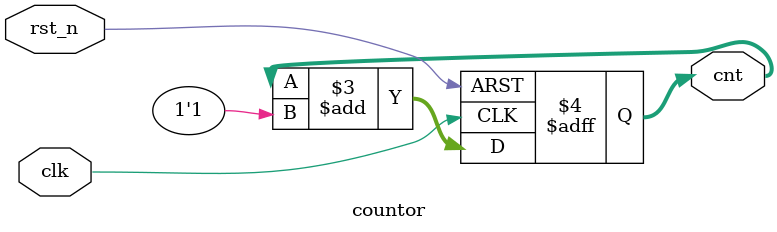
<source format=v>
`timescale 1ns / 1ps
module countor(
    input clk,
    input rst_n,
    output [3:0] cnt
    );
	 
	 always@(posedge clk,negedge rst_n)
	 begin
	 if(!rst_n)
	 cnt<=0;
	 else
	 cnt<=cnt+1'b1;
	 end

endmodule

</source>
